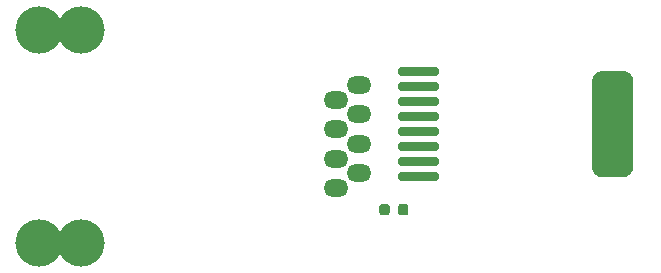
<source format=gbr>
%TF.GenerationSoftware,KiCad,Pcbnew,(5.1.12)-1*%
%TF.CreationDate,2021-11-30T21:20:58-06:00*%
%TF.ProjectId,Current_Sense,43757272-656e-4745-9f53-656e73652e6b,rev?*%
%TF.SameCoordinates,Original*%
%TF.FileFunction,Soldermask,Top*%
%TF.FilePolarity,Negative*%
%FSLAX46Y46*%
G04 Gerber Fmt 4.6, Leading zero omitted, Abs format (unit mm)*
G04 Created by KiCad (PCBNEW (5.1.12)-1) date 2021-11-30 21:20:58*
%MOMM*%
%LPD*%
G01*
G04 APERTURE LIST*
%ADD10C,4.000000*%
%ADD11O,2.100000X1.500000*%
G04 APERTURE END LIST*
%TO.C,C1*%
G36*
G01*
X104958500Y-92072750D02*
X104958500Y-92585250D01*
G75*
G02*
X104739750Y-92804000I-218750J0D01*
G01*
X104302250Y-92804000D01*
G75*
G02*
X104083500Y-92585250I0J218750D01*
G01*
X104083500Y-92072750D01*
G75*
G02*
X104302250Y-91854000I218750J0D01*
G01*
X104739750Y-91854000D01*
G75*
G02*
X104958500Y-92072750I0J-218750D01*
G01*
G37*
G36*
G01*
X106533500Y-92072750D02*
X106533500Y-92585250D01*
G75*
G02*
X106314750Y-92804000I-218750J0D01*
G01*
X105877250Y-92804000D01*
G75*
G02*
X105658500Y-92585250I0J218750D01*
G01*
X105658500Y-92072750D01*
G75*
G02*
X105877250Y-91854000I218750J0D01*
G01*
X106314750Y-91854000D01*
G75*
G02*
X106533500Y-92072750I0J-218750D01*
G01*
G37*
%TD*%
D10*
%TO.C,U1*%
X75290000Y-95145001D03*
X78790000Y-77145001D03*
X75290000Y-77145001D03*
X78790000Y-95145001D03*
D11*
X102390000Y-81765001D03*
X102390000Y-84265001D03*
X100390000Y-83015001D03*
X100390000Y-85515001D03*
X102390000Y-86765001D03*
X100390000Y-88015001D03*
X102390000Y-89265001D03*
X100390000Y-90515001D03*
%TD*%
%TO.C,J5*%
G36*
G01*
X122950000Y-80590000D02*
X124700000Y-80590000D01*
G75*
G02*
X125575000Y-81465000I0J-875000D01*
G01*
X125575000Y-88715000D01*
G75*
G02*
X124700000Y-89590000I-875000J0D01*
G01*
X122950000Y-89590000D01*
G75*
G02*
X122075000Y-88715000I0J875000D01*
G01*
X122075000Y-81465000D01*
G75*
G02*
X122950000Y-80590000I875000J0D01*
G01*
G37*
G36*
G01*
X105805000Y-84105000D02*
X108955000Y-84105000D01*
G75*
G02*
X109130000Y-84280000I0J-175000D01*
G01*
X109130000Y-84630000D01*
G75*
G02*
X108955000Y-84805000I-175000J0D01*
G01*
X105805000Y-84805000D01*
G75*
G02*
X105630000Y-84630000I0J175000D01*
G01*
X105630000Y-84280000D01*
G75*
G02*
X105805000Y-84105000I175000J0D01*
G01*
G37*
G36*
G01*
X105805000Y-81565000D02*
X108955000Y-81565000D01*
G75*
G02*
X109130000Y-81740000I0J-175000D01*
G01*
X109130000Y-82090000D01*
G75*
G02*
X108955000Y-82265000I-175000J0D01*
G01*
X105805000Y-82265000D01*
G75*
G02*
X105630000Y-82090000I0J175000D01*
G01*
X105630000Y-81740000D01*
G75*
G02*
X105805000Y-81565000I175000J0D01*
G01*
G37*
G36*
G01*
X105805000Y-80295000D02*
X108955000Y-80295000D01*
G75*
G02*
X109130000Y-80470000I0J-175000D01*
G01*
X109130000Y-80820000D01*
G75*
G02*
X108955000Y-80995000I-175000J0D01*
G01*
X105805000Y-80995000D01*
G75*
G02*
X105630000Y-80820000I0J175000D01*
G01*
X105630000Y-80470000D01*
G75*
G02*
X105805000Y-80295000I175000J0D01*
G01*
G37*
G36*
G01*
X105805000Y-82835000D02*
X108955000Y-82835000D01*
G75*
G02*
X109130000Y-83010000I0J-175000D01*
G01*
X109130000Y-83360000D01*
G75*
G02*
X108955000Y-83535000I-175000J0D01*
G01*
X105805000Y-83535000D01*
G75*
G02*
X105630000Y-83360000I0J175000D01*
G01*
X105630000Y-83010000D01*
G75*
G02*
X105805000Y-82835000I175000J0D01*
G01*
G37*
G36*
G01*
X105805000Y-85375000D02*
X108955000Y-85375000D01*
G75*
G02*
X109130000Y-85550000I0J-175000D01*
G01*
X109130000Y-85900000D01*
G75*
G02*
X108955000Y-86075000I-175000J0D01*
G01*
X105805000Y-86075000D01*
G75*
G02*
X105630000Y-85900000I0J175000D01*
G01*
X105630000Y-85550000D01*
G75*
G02*
X105805000Y-85375000I175000J0D01*
G01*
G37*
G36*
G01*
X105805000Y-86645000D02*
X108955000Y-86645000D01*
G75*
G02*
X109130000Y-86820000I0J-175000D01*
G01*
X109130000Y-87170000D01*
G75*
G02*
X108955000Y-87345000I-175000J0D01*
G01*
X105805000Y-87345000D01*
G75*
G02*
X105630000Y-87170000I0J175000D01*
G01*
X105630000Y-86820000D01*
G75*
G02*
X105805000Y-86645000I175000J0D01*
G01*
G37*
G36*
G01*
X105805000Y-87915000D02*
X108955000Y-87915000D01*
G75*
G02*
X109130000Y-88090000I0J-175000D01*
G01*
X109130000Y-88440000D01*
G75*
G02*
X108955000Y-88615000I-175000J0D01*
G01*
X105805000Y-88615000D01*
G75*
G02*
X105630000Y-88440000I0J175000D01*
G01*
X105630000Y-88090000D01*
G75*
G02*
X105805000Y-87915000I175000J0D01*
G01*
G37*
G36*
G01*
X105805000Y-89185000D02*
X108955000Y-89185000D01*
G75*
G02*
X109130000Y-89360000I0J-175000D01*
G01*
X109130000Y-89710000D01*
G75*
G02*
X108955000Y-89885000I-175000J0D01*
G01*
X105805000Y-89885000D01*
G75*
G02*
X105630000Y-89710000I0J175000D01*
G01*
X105630000Y-89360000D01*
G75*
G02*
X105805000Y-89185000I175000J0D01*
G01*
G37*
%TD*%
M02*

</source>
